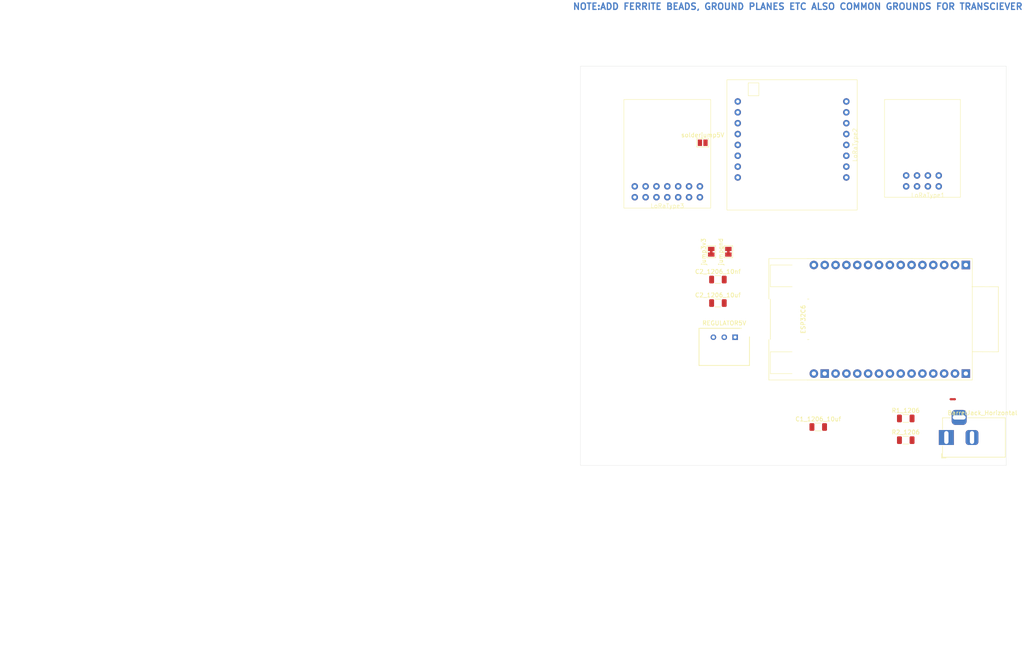
<source format=kicad_pcb>
(kicad_pcb (version 20241229) (generator "pcbnew") (generator_version "9.0")
  (layers (0 "F.Cu" signal) (2 "B.Cu" signal) (13 "F.Paste" user) (15 "B.Paste" user) (5 "F.SilkS" user "F.Silkscreen") (7 "B.SilkS" user "B.Silkscreen") (1 "F.Mask" user) (3 "B.Mask" user) (25 "Edge.Cuts" user))
  (net 0 "")
  (net 1 "5V")
  (net 2 "GND")
  (net 3 "3V3")
  (net 4 "5VEXT")
  (net 5 "GNDEXT")
  (net 6 "DI4")
  (net 7 "DI0")
  (net 8 "DI1")
  (net 9 "DI2")
  (net 10 "DI3")
  (net 11 "LSCK")
  (net 12 "LMISO")
  (net 13 "LMOSI")
  (net 14 "LRST")
  (net 15 "LNSS")
  (net 16 "5V_2")
  (net 17 "3V3_2")
  (net 18 "L5V")
  (net 19 "L3V3")
  (net 20 "LGND")
  (footprint "GateWayProjectLibrary:LoRaType2" (layer "F.Cu") (at 217.14 72.5 90)
    (property "Reference" "LoRaType2" (at 0 -0.5 90) (layer "F.SilkS") (effects (font (thickness 0.1))))
    (property "Value" "LoRaType2")
    (fp_rect (start -15.24 -30.48) (end 15.24 0) (stroke (width 0.1)) (fill no) (layer "F.SilkS"))
    (fp_rect (start 11.5 -25.5) (end 14.5 -23) (stroke (width 0.1)) (fill no) (layer "F.SilkS"))
    (pad "1" thru_hole circle (at -7.62 -2.54 90) (size 1.524 1.524) (drill 0.762) (layers "*.Cu" "*.Mask") (net 20 "LGND"))
    (pad "2" thru_hole circle (at -5.08 -2.54 90) (size 1.524 1.524) (drill 0.762) (layers "*.Cu" "*.Mask") (net 6 "DI4"))
    (pad "3" thru_hole circle (at -2.54 -2.54 90) (size 1.524 1.524) (drill 0.762) (layers "*.Cu" "*.Mask") (net 10 "DI3"))
    (pad "4" thru_hole circle (at 0 -2.54 90) (size 1.524 1.524) (drill 0.762) (layers "*.Cu" "*.Mask") (net 11 "LSCK"))
    (pad "5" thru_hole circle (at 2.54 -2.54 90) (size 1.524 1.524) (drill 0.762) (layers "*.Cu" "*.Mask") (net 12 "LMISO"))
    (pad "6" thru_hole circle (at 5.08 -2.54 90) (size 1.524 1.524) (drill 0.762) (layers "*.Cu" "*.Mask") (net 13 "LMOSI"))
    (pad "7" thru_hole circle (at 7.62 -2.54 90) (size 1.524 1.524) (drill 0.762) (layers "*.Cu" "*.Mask") (net 15 "LNSS"))
    (pad "8" thru_hole circle (at 10.16 -2.54 90) (size 1.524 1.524) (drill 0.762) (layers "*.Cu" "*.Mask") (net 20 "LGND"))
    (pad "9" thru_hole circle (at 10.16 -27.94 90) (size 1.524 1.524) (drill 0.762) (layers "*.Cu" "*.Mask") (net 20 "LGND"))
    (pad "10" thru_hole circle (at 7.62 -27.94 90) (size 1.524 1.524) (drill 0.762) (layers "*.Cu" "*.Mask") (net 20 "LGND"))
    (pad "11" thru_hole circle (at 5.08 -27.94 90) (size 1.524 1.524) (drill 0.762) (layers "*.Cu" "*.Mask") (net 19 "L3V3"))
    (pad "12" thru_hole circle (at 2.54 -27.94 90) (size 1.524 1.524) (drill 0.762) (layers "*.Cu" "*.Mask") (net 14 "LRST"))
    (pad "13" thru_hole circle (at 0 -27.94 90) (size 1.524 1.524) (drill 0.762) (layers "*.Cu" "*.Mask") (net 7 "DI0"))
    (pad "14" thru_hole circle (at -2.54 -27.94 90) (size 1.524 1.524) (drill 0.762) (layers "*.Cu" "*.Mask") (net 8 "DI1"))
    (pad "15" thru_hole circle (at -5.08 -27.94 90) (size 1.524 1.524) (drill 0.762) (layers "*.Cu" "*.Mask") (net 9 "DI2"))
    (pad "16" thru_hole circle (at -7.62 -27.94 90) (size 1.524 1.524) (drill 0.762) (layers "*.Cu" "*.Mask") (net 10 "DI3"))
  )
  (footprint "Package_SIP:SIP3_11.6x8.5mm" (layer "F.Cu") (at 188.58 117.5 180)
    (property "Reference" "REGULATOR5V" (at 2.54 3.3 0) (layer "F.SilkS"))
    (property "Value" "SIP3_11.6x8.5mm")
    (fp_line (start 8.44 -6.6) (end 8.44 2.1) (stroke (width 0.15)) (layer "F.SilkS"))
    (fp_line (start -1.46 2.1) (end 8.44 2.1) (stroke (width 0.15)) (layer "F.SilkS"))
    (fp_line (start -3.36 0.1) (end -3.36 -6.6) (stroke (width 0.15)) (layer "F.SilkS"))
    (fp_line (start -3.36 -6.6) (end 8.44 -6.6) (stroke (width 0.15)) (layer "F.SilkS"))
    (pad "1" thru_hole rect (at 0 0 90) (size 1.3 1.3) (drill 0.7) (layers "*.Cu" "*.Mask") (net 1 "5V"))
    (pad "2" thru_hole circle (at 2.54 0) (size 1.3 1.3) (drill 0.7) (layers "*.Cu" "*.Mask") (net 2 "GND"))
    (pad "3" thru_hole circle (at 5.08 0 90) (size 1.3 1.3) (drill 0.7) (layers "*.Cu" "*.Mask") (net 3 "3V3"))
  )
  (footprint "Jumper:SolderJumper-2_P1.3mm_Bridged_Pad1.0x1.5mm" (layer "F.Cu") (at 187 97.5 90)
    (property "Reference" "jumpgnd" (at 0 -1.8 90) (layer "F.SilkS"))
    (property "Value" "SolderJumper-2_P1.3mm_Bridged_Pad1.0x1.5mm")
    (fp_poly (pts (xy -0.25 -0.3) (xy 0.25 -0.3) (xy 0.25 0.3) (xy -0.25 0.3)) (fill yes) (layer "F.Cu"))
    (fp_line (start 1.4 -1) (end 1.4 1) (stroke (width 0.12)) (layer "F.SilkS"))
    (fp_line (start -1.4 -1) (end 1.4 -1) (stroke (width 0.12)) (layer "F.SilkS"))
    (fp_line (start 1.4 1) (end -1.4 1) (stroke (width 0.12)) (layer "F.SilkS"))
    (fp_line (start -1.4 1) (end -1.4 -1) (stroke (width 0.12)) (layer "F.SilkS"))
    (pad "1" smd rect (at -0.65 0 90) (size 1 1.5) (layers "F.Cu" "F.Mask") (net 2 "GND"))
    (pad "2" smd rect (at 0.65 0 90) (size 1 1.5) (layers "F.Cu" "F.Mask") (net 20 "LGND"))
  )
  (footprint "Jumper:SolderJumper-2_P1.3mm_Open_Pad1.0x1.5mm" (layer "F.Cu") (at 181 72)
    (property "Reference" "solderjump5V" (at 0 -1.8 0) (layer "F.SilkS"))
    (property "Value" "SolderJumper-2_P1.3mm_Open_Pad1.0x1.5mm")
    (fp_line (start -1.4 -1) (end 1.4 -1) (stroke (width 0.12)) (layer "F.SilkS"))
    (fp_line (start -1.4 1) (end -1.4 -1) (stroke (width 0.12)) (layer "F.SilkS"))
    (fp_line (start 1.4 -1) (end 1.4 1) (stroke (width 0.12)) (layer "F.SilkS"))
    (fp_line (start 1.4 1) (end -1.4 1) (stroke (width 0.12)) (layer "F.SilkS"))
    (pad "1" smd rect (at -0.65 0) (size 1 1.5) (layers "F.Cu" "F.Mask") (net 18 "L5V"))
    (pad "2" smd rect (at 0.65 0) (size 1 1.5) (layers "F.Cu" "F.Mask") (net 1 "5V"))
  )
  (footprint "Jumper:SolderJumper-2_P1.3mm_Bridged_Pad1.0x1.5mm" (layer "F.Cu") (at 183 97.5 90)
    (property "Reference" "jump3v3" (at 0 -1.8 90) (layer "F.SilkS"))
    (property "Value" "SolderJumper-2_P1.3mm_Bridged_Pad1.0x1.5mm")
    (fp_poly (pts (xy -0.25 -0.3) (xy 0.25 -0.3) (xy 0.25 0.3) (xy -0.25 0.3)) (fill yes) (layer "F.Cu"))
    (fp_line (start 1.4 -1) (end 1.4 1) (stroke (width 0.12)) (layer "F.SilkS"))
    (fp_line (start -1.4 -1) (end 1.4 -1) (stroke (width 0.12)) (layer "F.SilkS"))
    (fp_line (start 1.4 1) (end -1.4 1) (stroke (width 0.12)) (layer "F.SilkS"))
    (fp_line (start -1.4 1) (end -1.4 -1) (stroke (width 0.12)) (layer "F.SilkS"))
    (pad "1" smd rect (at -0.65 0 90) (size 1 1.5) (layers "F.Cu" "F.Mask") (net 3 "3V3"))
    (pad "2" smd rect (at 0.65 0 90) (size 1 1.5) (layers "F.Cu" "F.Mask") (net 19 "L3V3"))
  )
  (footprint "GateWayProjectLibrary:ESP32C6" (layer "F.Cu") (at 224.78 113.3)
    (property "Reference" "ESP32C6" (at -20.28 0 90) (layer "F.SilkS"))
    (property "Value" "ESP32C6")
    (fp_line (start -28.3 -14.2) (end -28.3 -4.733333) (stroke (width 0.12)) (layer "F.SilkS"))
    (fp_line (start -28.3 4.733333) (end -28.3 14.199999) (stroke (width 0.12)) (layer "F.SilkS"))
    (fp_line (start -27.94 -12.7) (end -27.94 -7.62) (stroke (width 0.1)) (layer "F.SilkS"))
    (fp_line (start -27.94 -7.62) (end -22.86 -7.62) (stroke (width 0.1)) (layer "F.SilkS"))
    (fp_line (start -27.94 -4.733333) (end -27.94 4.733333) (stroke (width 0.12)) (layer "F.SilkS"))
    (fp_line (start -27.94 7.62) (end -22.86 7.62) (stroke (width 0.1)) (layer "F.SilkS"))
    (fp_line (start -27.94 12.7) (end -27.94 7.62) (stroke (width 0.1)) (layer "F.SilkS"))
    (fp_line (start -22.86 -12.7) (end -27.94 -12.7) (stroke (width 0.1)) (layer "F.SilkS"))
    (fp_line (start -22.86 12.7) (end -27.94 12.7) (stroke (width 0.1)) (layer "F.SilkS"))
    (fp_line (start -19.28 -14.2) (end -28.3 -14.2) (stroke (width 0.1)) (layer "F.SilkS"))
    (fp_line (start -19.28 -4.733333) (end -18.92 -4.733333) (stroke (width 0.12)) (layer "F.SilkS"))
    (fp_line (start -19.28 14.199999) (end -28.3 14.199999) (stroke (width 0.1)) (layer "F.SilkS"))
    (fp_line (start -19.28 14.199999) (end 19.28 14.2) (stroke (width 0.12)) (layer "F.SilkS"))
    (fp_line (start -18.92 4.733333) (end -19.28 4.733333) (stroke (width 0.12)) (layer "F.SilkS"))
    (fp_line (start 19.28 -14.199999) (end -19.28 -14.2) (stroke (width 0.12)) (layer "F.SilkS"))
    (fp_line (start 19.28 14.2) (end 19.28 -14.199999) (stroke (width 0.1)) (layer "F.SilkS"))
    (fp_line (start 25.4 -7.62) (end 19.18 -7.63) (stroke (width 0.1)) (layer "F.SilkS"))
    (fp_line (start 25.4 7.62) (end 19.27 7.6) (stroke (width 0.1)) (layer "F.SilkS"))
    (fp_line (start 25.4 7.62) (end 25.4 -7.62) (stroke (width 0.12)) (layer "F.SilkS"))
    (pad "0" thru_hole circle (at 0 -12.7) (size 2 2) (drill 1) (layers "*.Cu" "*.Mask") (net 6 "DI4"))
    (pad "1" thru_hole circle (at -2.54 -12.7) (size 2 2) (drill 1) (layers "*.Cu" "*.Mask") (net 10 "DI3"))
    (pad "2" thru_hole circle (at 15.24 12.7) (size 2 2) (drill 1) (layers "*.Cu" "*.Mask"))
    (pad "3" thru_hole circle (at 12.7 12.7) (size 2 2) (drill 1) (layers "*.Cu" "*.Mask"))
    (pad "3V3" thru_hole circle (at 15.24 -12.7) (size 2 2) (drill 1) (layers "*.Cu" "*.Mask") (net 17 "3V3_2"))
    (pad "4" thru_hole circle (at 10.16 -12.7) (size 2 2) (drill 1) (layers "*.Cu" "*.Mask") (net 13 "LMOSI"))
    (pad "5" thru_hole circle (at 7.62 -12.7) (size 2 2) (drill 1) (layers "*.Cu" "*.Mask"))
    (pad "5V" thru_hole circle (at -17.78 -12.7) (size 2 2) (drill 1) (layers "*.Cu" "*.Mask") (net 16 "5V_2"))
    (pad "5V" thru_hole circle (at -17.78 12.7) (size 2 2) (drill 1) (layers "*.Cu" "*.Mask") (net 1 "5V"))
    (pad "6" thru_hole circle (at 5.08 -12.7) (size 2 2) (drill 1) (layers "*.Cu" "*.Mask") (net 12 "LMISO"))
    (pad "7" thru_hole circle (at 2.54 -12.7) (size 2 2) (drill 1) (layers "*.Cu" "*.Mask"))
    (pad "8" thru_hole circle (at -5.08 -12.7) (size 2 2) (drill 1) (layers "*.Cu" "*.Mask") (net 9 "DI2"))
    (pad "9" thru_hole circle (at -12.7 12.7) (size 2 2) (drill 1) (layers "*.Cu" "*.Mask"))
    (pad "10" thru_hole circle (at -7.62 -12.7) (size 2 2) (drill 1) (layers "*.Cu" "*.Mask") (net 8 "DI1"))
    (pad "11" thru_hole circle (at -10.16 -12.7) (size 2 2) (drill 1) (layers "*.Cu" "*.Mask") (net 7 "DI0"))
    (pad "12" thru_hole circle (at -12.7 -12.7) (size 2 2) (drill 1) (layers "*.Cu" "*.Mask"))
    (pad "13" thru_hole circle (at -15.24 -12.7) (size 2 2) (drill 1) (layers "*.Cu" "*.Mask"))
    (pad "15" thru_hole circle (at 5.08 12.7) (size 2 2) (drill 1) (layers "*.Cu" "*.Mask"))
    (pad "18" thru_hole circle (at -10.16 12.7) (size 2 2) (drill 1) (layers "*.Cu" "*.Mask") (net 14 "LRST"))
    (pad "19" thru_hole circle (at -7.62 12.7) (size 2 2) (drill 1) (layers "*.Cu" "*.Mask"))
    (pad "20" thru_hole circle (at -5.08 12.7) (size 2 2) (drill 1) (layers "*.Cu" "*.Mask") (net 11 "LSCK"))
    (pad "21" thru_hole circle (at -2.54 12.7) (size 2 2) (drill 1) (layers "*.Cu" "*.Mask"))
    (pad "22" thru_hole circle (at 0 12.7) (size 2 2) (drill 1) (layers "*.Cu" "*.Mask") (net 15 "LNSS"))
    (pad "23" thru_hole circle (at 2.54 12.7) (size 2 2) (drill 1) (layers "*.Cu" "*.Mask"))
    (pad "GND" thru_hole rect (at -15.24 12.7) (size 2 2) (drill 1) (layers "*.Cu" "*.Mask") (net 2 "GND"))
    (pad "GND" thru_hole rect (at 17.78 -12.7) (size 2 2) (drill 1) (layers "*.Cu" "*.Mask") (net 2 "GND"))
    (pad "GND" thru_hole rect (at 17.78 12.7) (size 2 2) (drill 1) (layers "*.Cu" "*.Mask") (net 2 "GND"))
    (pad "RST" thru_hole circle (at 12.7 -12.7) (size 2 2) (drill 1) (layers "*.Cu" "*.Mask"))
    (pad "RX" thru_hole circle (at 7.62 12.7) (size 2 2) (drill 1) (layers "*.Cu" "*.Mask"))
    (pad "TX" thru_hole circle (at 10.16 12.7) (size 2 2) (drill 1) (layers "*.Cu" "*.Mask"))
  )
  (footprint "GateWayProjectLibrary:LoRaType1" (layer "F.Cu") (at 231.14 89.82)
    (property "Reference" "LoRaType1" (at 2.54 -5.54 0) (layer "F.SilkS") (effects (font (thickness 0.1))))
    (property "Value" "LoRaType1")
    (fp_rect (start -7.62 -27.94) (end 10.16 -5.08) (stroke (width 0.1)) (fill no) (layer "F.SilkS"))
    (pad "1" thru_hole circle (at -2.54 -10.16) (size 1.524 1.524) (drill 0.762) (layers "*.Cu" "*.Mask") (net 7 "DI0"))
    (pad "2" thru_hole circle (at 0 -10.16) (size 1.524 1.524) (drill 0.762) (layers "*.Cu" "*.Mask") (net 13 "LMOSI"))
    (pad "3" thru_hole circle (at 2.54 -10.16) (size 1.524 1.524) (drill 0.762) (layers "*.Cu" "*.Mask") (net 15 "LNSS"))
    (pad "4" thru_hole circle (at 5.08 -10.16) (size 1.524 1.524) (drill 0.762) (layers "*.Cu" "*.Mask") (net 19 "L3V3"))
    (pad "5" thru_hole circle (at -2.54 -7.62) (size 1.524 1.524) (drill 0.762) (layers "*.Cu" "*.Mask") (net 12 "LMISO"))
    (pad "6" thru_hole circle (at 0 -7.62) (size 1.524 1.524) (drill 0.762) (layers "*.Cu" "*.Mask") (net 11 "LSCK"))
    (pad "7" thru_hole circle (at 2.54 -7.62) (size 1.524 1.524) (drill 0.762) (layers "*.Cu" "*.Mask") (net 14 "LRST"))
    (pad "8" thru_hole circle (at 5.08 -7.62) (size 1.524 1.524) (drill 0.762) (layers "*.Cu" "*.Mask") (net 20 "LGND"))
  )
  (footprint "Capacitor_SMD:C_1206_3216Metric" (layer "F.Cu") (at 208.025 138.5)
    (property "Reference" "C1_1206_10uf" (at 0 -1.85 0) (layer "F.SilkS"))
    (property "Value" "C1_1206_10uf")
    (fp_line (start -0.711252 -0.91) (end 0.711252 -0.91) (stroke (width 0.12)) (layer "F.SilkS"))
    (fp_line (start -0.711252 0.91) (end 0.711252 0.91) (stroke (width 0.12)) (layer "F.SilkS"))
    (pad "1" smd roundrect (at -1.475 0) (size 1.15 1.8) (layers "F.Cu" "F.Mask" "F.Paste") (roundrect_rratio 0.217391) (net 1 "5V"))
    (pad "2" smd roundrect (at 1.475 0) (size 1.15 1.8) (layers "F.Cu" "F.Mask" "F.Paste") (roundrect_rratio 0.217391) (net 2 "GND"))
  )
  (footprint "Capacitor_SMD:C_1206_3216Metric" (layer "F.Cu") (at 184.555 104)
    (property "Reference" "C2_1206_10nf" (at 0 -1.85 0) (layer "F.SilkS"))
    (property "Value" "C3_1206_100nf")
    (fp_line (start -0.711252 -0.91) (end 0.711252 -0.91) (stroke (width 0.12)) (layer "F.SilkS"))
    (fp_line (start -0.711252 0.91) (end 0.711252 0.91) (stroke (width 0.12)) (layer "F.SilkS"))
    (pad "1" smd roundrect (at -1.475 0) (size 1.15 1.8) (layers "F.Cu" "F.Mask" "F.Paste") (roundrect_rratio 0.217391) (net 3 "3V3"))
    (pad "2" smd roundrect (at 1.475 0) (size 1.15 1.8) (layers "F.Cu" "F.Mask" "F.Paste") (roundrect_rratio 0.217391) (net 2 "GND"))
  )
  (footprint "NetTie:NetTie-2_SMD_Pad0.5mm" (layer "F.Cu") (at 239.5 132)
    (property "Reference" "REF**" (hide yes))
    (property "Value" "NetTie-2_SMD_Pad0.5mm" (hide yes))
    (fp_poly (pts (xy -0.5 -0.25) (xy 0.5 -0.25) (xy 0.5 0.25) (xy -0.5 0.25)) (fill yes) (layer "F.Cu"))
    (pad "1" smd circle (at -0.5 0) (size 0.5 0.5) (layers "F.Cu") (net 2 "GND"))
    (pad "2" smd circle (at 0.5 0) (size 0.5 0.5) (layers "F.Cu") (net 5 "GNDEXT"))
  )
  (footprint "Capacitor_SMD:C_1206_3216Metric" (layer "F.Cu") (at 228.5 136.5)
    (property "Reference" "R1_1206" (at 0 -1.85 0) (layer "F.SilkS"))
    (property "Value" "R1_1206")
    (fp_line (start -0.711252 -0.91) (end 0.711252 -0.91) (stroke (width 0.12)) (layer "F.SilkS"))
    (fp_line (start -0.711252 0.91) (end 0.711252 0.91) (stroke (width 0.12)) (layer "F.SilkS"))
    (pad "1" smd roundrect (at -1.475 0) (size 1.15 1.8) (layers "F.Cu" "F.Mask" "F.Paste") (roundrect_rratio 0.217391) (net 2 "GND"))
    (pad "2" smd roundrect (at 1.475 0) (size 1.15 1.8) (layers "F.Cu" "F.Mask" "F.Paste") (roundrect_rratio 0.217391) (net 5 "GNDEXT"))
  )
  (footprint "GateWayProjectLibrary:LoRaType3" (layer "F.Cu") (at 172.72 87.28)
    (property "Reference" "LoRaType3" (at 0 -0.5 0) (layer "F.SilkS") (effects (font (thickness 0.1))))
    (property "Value" "LoRaType3")
    (fp_rect (start 10.16 0) (end -10.16 -25.4) (stroke (width 0.1)) (fill no) (layer "F.SilkS"))
    (pad "1" thru_hole circle (at -7.62 -2.54) (size 1.524 1.524) (drill 0.762) (layers "*.Cu" "*.Mask") (net 11 "LSCK"))
    (pad "2" thru_hole circle (at -5.08 -2.54) (size 1.524 1.524) (drill 0.762) (layers "*.Cu" "*.Mask") (net 12 "LMISO"))
    (pad "3" thru_hole circle (at -2.54 -2.54) (size 1.524 1.524) (drill 0.762) (layers "*.Cu" "*.Mask") (net 13 "LMOSI"))
    (pad "4" thru_hole circle (at 0 -2.54) (size 1.524 1.524) (drill 0.762) (layers "*.Cu" "*.Mask") (net 15 "LNSS"))
    (pad "5" thru_hole circle (at 2.54 -2.54) (size 1.524 1.524) (drill 0.762) (layers "*.Cu" "*.Mask") (net 14 "LRST"))
    (pad "6" thru_hole circle (at 5.08 -2.54) (size 1.524 1.524) (drill 0.762) (layers "*.Cu" "*.Mask") (net 20 "LGND"))
    (pad "7" thru_hole circle (at 7.62 -2.54) (size 1.524 1.524) (drill 0.762) (layers "*.Cu" "*.Mask") (net 19 "L3V3"))
    (pad "8" thru_hole circle (at 7.62 -5.08) (size 1.524 1.524) (drill 0.762) (layers "*.Cu" "*.Mask") (net 18 "L5V"))
    (pad "9" thru_hole circle (at 5.08 -5.08) (size 1.524 1.524) (drill 0.762) (layers "*.Cu" "*.Mask") (net 20 "LGND"))
    (pad "10" thru_hole circle (at 2.54 -5.08) (size 1.524 1.524) (drill 0.762) (layers "*.Cu" "*.Mask") (net 10 "DI3"))
    (pad "11" thru_hole circle (at 0 -5.08) (size 1.524 1.524) (drill 0.762) (layers "*.Cu" "*.Mask") (net 9 "DI2"))
    (pad "12" thru_hole circle (at -2.54 -5.08) (size 1.524 1.524) (drill 0.762) (layers "*.Cu" "*.Mask") (net 8 "DI1"))
    (pad "13" thru_hole circle (at -5.08 -5.08) (size 1.524 1.524) (drill 0.762) (layers "*.Cu" "*.Mask") (net 7 "DI0"))
    (pad "14" thru_hole circle (at -7.62 -5.08) (size 1.524 1.524) (drill 0.762) (layers "*.Cu" "*.Mask") (net 6 "DI4"))
  )
  (footprint "Capacitor_SMD:C_1206_3216Metric" (layer "F.Cu") (at 228.5 141.58)
    (property "Reference" "R2_1206" (at 0 -1.85 0) (layer "F.SilkS"))
    (property "Value" "R2_1206")
    (fp_line (start -0.711252 -0.91) (end 0.711252 -0.91) (stroke (width 0.12)) (layer "F.SilkS"))
    (fp_line (start -0.711252 0.91) (end 0.711252 0.91) (stroke (width 0.12)) (layer "F.SilkS"))
    (pad "1" smd roundrect (at -1.475 0) (size 1.15 1.8) (layers "F.Cu" "F.Mask" "F.Paste") (roundrect_rratio 0.217391) (net 1 "5V"))
    (pad "2" smd roundrect (at 1.475 0) (size 1.15 1.8) (layers "F.Cu" "F.Mask" "F.Paste") (roundrect_rratio 0.217391) (net 4 "5VEXT"))
  )
  (footprint "Connector_BarrelJack:BarrelJack_Horizontal" (layer "F.Cu") (at 238 140.9575 180)
    (property "Reference" "BarrelJack_Horizontal" (at -8.45 5.75 0) (layer "F.SilkS"))
    (property "Value" "BarrelJack_Horizontal")
    (fp_line (start 1.1 -3.75) (end 1.1 -4.8) (stroke (width 0.12)) (layer "F.SilkS"))
    (fp_line (start 0.9 4.6) (end -1 4.6) (stroke (width 0.12)) (layer "F.SilkS"))
    (fp_line (start 0.9 1.9) (end 0.9 4.6) (stroke (width 0.12)) (layer "F.SilkS"))
    (fp_line (start 0.9 -4.6) (end 0.9 -2) (stroke (width 0.12)) (layer "F.SilkS"))
    (fp_line (start 0.05 -4.8) (end 1.1 -4.8) (stroke (width 0.12)) (layer "F.SilkS"))
    (fp_line (start -5 4.6) (end -13.8 4.6) (stroke (width 0.12)) (layer "F.SilkS"))
    (fp_line (start -13.8 4.6) (end -13.8 -4.6) (stroke (width 0.12)) (layer "F.SilkS"))
    (fp_line (start -13.8 -4.6) (end 0.9 -4.6) (stroke (width 0.12)) (layer "F.SilkS"))
    (pad "1" thru_hole rect (at 0 0 180) (size 3.5 3.5) (drill oval 1 3) (layers "*.Cu" "*.Mask") (net 4 "5VEXT"))
    (pad "2" thru_hole roundrect (at -6 0 180) (size 3 3.5) (drill oval 1 3) (layers "*.Cu" "*.Mask") (net 5 "GNDEXT"))
    (pad "3" thru_hole roundrect (at -3 4.7 180) (size 3.5 3.5) (drill oval 3 1) (layers "*.Cu" "*.Mask") (net 5 "GNDEXT"))
  )
  (footprint "Capacitor_SMD:C_1206_3216Metric" (layer "F.Cu") (at 184.555 109.5)
    (property "Reference" "C2_1206_10uf" (at 0 -1.85 0) (layer "F.SilkS"))
    (property "Value" "C2_1206_10uf")
    (fp_line (start -0.711252 -0.91) (end 0.711252 -0.91) (stroke (width 0.12)) (layer "F.SilkS"))
    (fp_line (start -0.711252 0.91) (end 0.711252 0.91) (stroke (width 0.12)) (layer "F.SilkS"))
    (pad "1" smd roundrect (at -1.475 0) (size 1.15 1.8) (layers "F.Cu" "F.Mask" "F.Paste") (roundrect_rratio 0.217391) (net 3 "3V3"))
    (pad "2" smd roundrect (at 1.475 0) (size 1.15 1.8) (layers "F.Cu" "F.Mask" "F.Paste") (roundrect_rratio 0.217391) (net 2 "GND"))
  )
  (gr_rect (start 152.4 54.06) (end 252 147.5) (stroke (width 0.05)) (fill no) (layer "Edge.Cuts"))
  (gr_text "NOTE:ADD FERRITE BEADS, GROUND PLANES ETC ALSO COMMON GROUNDS FOR TRANSCIEVER\n" (at 150.5 41 0) (layer "B.Cu") (effects (font (size 1.5 1.5) (thickness 0.3) (bold yes)) (justify left bottom)))
)
</source>
